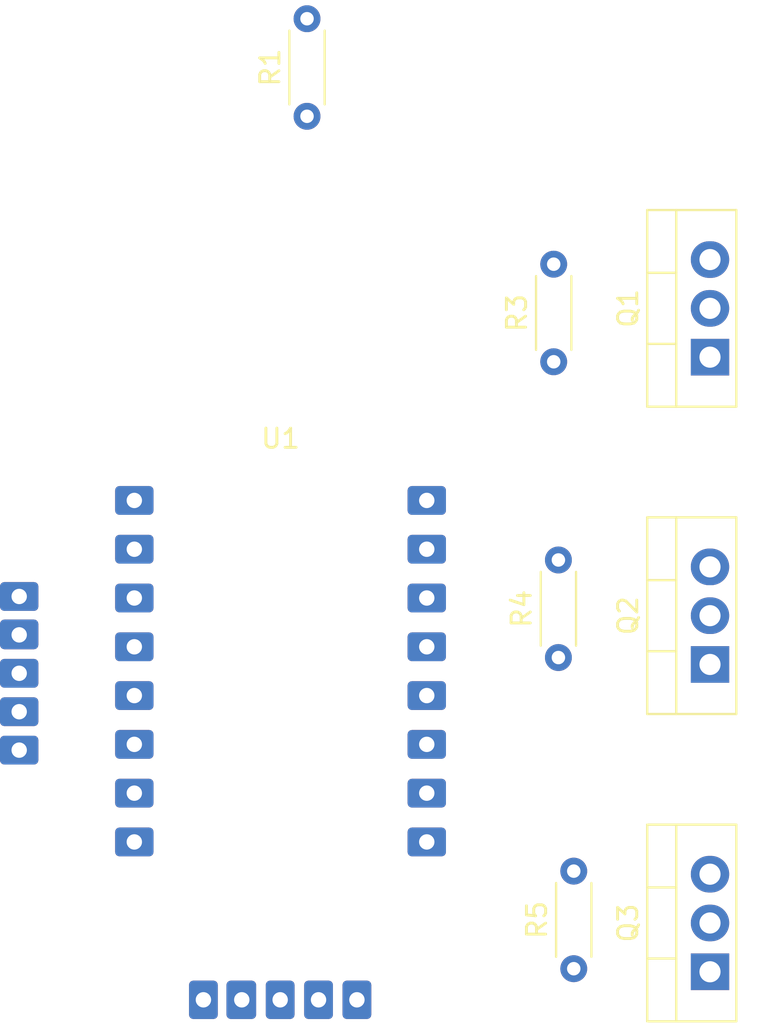
<source format=kicad_pcb>
(kicad_pcb (version 20241229) (generator "pcbnew") (generator_version "9.0")
  (layers (0 "F.Cu" signal) (2 "B.Cu" signal) (13 "F.Paste" user) (15 "B.Paste" user) (5 "F.SilkS" user "F.Silkscreen") (7 "B.SilkS" user "B.Silkscreen") (1 "F.Mask" user) (3 "B.Mask" user) (25 "Edge.Cuts" user))
  (net 0 "")
  (net 1 "+3.3V")
  (net 2 "NEXTKEY")
  (net 3 "Net-(Q1-B)")
  (net 4 "GNDREF")
  (net 5 "Net-(Q2-B)")
  (net 6 "Net-(Q3-B)")
  (net 7 "OUT3")
  (net 8 "Net-(U1-IO2)")
  (net 9 "LED1")
  (net 10 "LED3")
  (net 11 "SELECTKEY")
  (net 12 "PREVKEY")
  (net 13 "OUT2")
  (net 14 "OUT1")
  (net 15 "gpio4")
  (footprint "RF_Module:ESP32-C3-WROOM-02U" (layer "F.Cu") (at 141.62 88.08)
    (property "Reference" "U1" (at 0 -8.3 180) (layer "F.SilkS"))
    (property "Value" "ESP32-C3" (hide yes))
    (pad "3V3" thru_hole roundrect (at 7.62 0) (size 2 1.5) (drill 0.8) (layers "*.Cu" "*.Mask") (roundrect_rratio 0.15))
    (pad "5V" thru_hole roundrect (at 7.62 -5.08) (size 2 1.5) (drill 0.8) (layers "*.Cu" "*.Mask") (roundrect_rratio 0.15))
    (pad "GND" thru_hole roundrect (at 7.62 -2.54) (size 2 1.5) (drill 0.8) (layers "*.Cu" "*.Mask") (roundrect_rratio 0.15) (net 4 "GNDREF"))
    (pad "GPI00" thru_hole roundrect (at 7.62 12.7) (size 2 1.5) (drill 0.8) (layers "*.Cu" "*.Mask") (roundrect_rratio 0.15))
    (pad "GPI01" thru_hole roundrect (at 7.62 10.16) (size 2 1.5) (drill 0.8) (layers "*.Cu" "*.Mask") (roundrect_rratio 0.15) (net 9 "LED1"))
    (pad "GPI02" thru_hole roundrect (at 7.62 7.62) (size 2 1.5) (drill 0.8) (layers "*.Cu" "*.Mask") (roundrect_rratio 0.15))
    (pad "GPI03" thru_hole roundrect (at 7.62 5.08) (size 2 1.5) (drill 0.8) (layers "*.Cu" "*.Mask") (roundrect_rratio 0.15) (net 10 "LED3"))
    (pad "GPI04" thru_hole roundrect (at 7.62 2.54) (size 2 1.5) (drill 0.8) (layers "*.Cu" "*.Mask") (roundrect_rratio 0.15) (net 14 "OUT1"))
    (pad "GPI05" thru_hole roundrect (at -7.62 -5.08) (size 2 1.5) (drill 0.8) (layers "*.Cu" "*.Mask") (roundrect_rratio 0.15))
    (pad "GPI06" thru_hole roundrect (at -7.62 -2.54) (size 2 1.5) (drill 0.8) (layers "*.Cu" "*.Mask") (roundrect_rratio 0.15) (net 11 "SELECTKEY"))
    (pad "GPI07" thru_hole roundrect (at -7.62 0) (size 2 1.5) (drill 0.8) (layers "*.Cu" "*.Mask") (roundrect_rratio 0.15))
    (pad "GPI08" thru_hole roundrect (at -7.62 2.54) (size 2 1.5) (drill 0.8) (layers "*.Cu" "*.Mask") (roundrect_rratio 0.15) (net 2 "NEXTKEY"))
    (pad "GPI09" thru_hole roundrect (at -7.62 5.08) (size 2 1.5) (drill 0.8) (layers "*.Cu" "*.Mask") (roundrect_rratio 0.15) (net 12 "PREVKEY"))
    (pad "GPI010" thru_hole roundrect (at -7.62 7.62) (size 2 1.5) (drill 0.8) (layers "*.Cu" "*.Mask") (roundrect_rratio 0.15))
    (pad "GPI020" thru_hole roundrect (at -7.62 10.16) (size 2 1.5) (drill 0.8) (layers "*.Cu" "*.Mask") (roundrect_rratio 0.15))
    (pad "GPI021" thru_hole roundrect (at -7.62 12.7) (size 2 1.5) (drill 0.8) (layers "*.Cu" "*.Mask") (roundrect_rratio 0.15))
  )
  (footprint "Resistor_THT:R_Axial_DIN0204_L3.6mm_D1.6mm_P5.08mm_Horizontal" (layer "F.Cu") (at 155.855 75.78 90)
    (property "Reference" "R3" (at 2.54 -1.92 90) (layer "F.SilkS"))
    (property "Value" "220")
    (fp_line (start 0.62 -0.92) (end 4.46 -0.92) (stroke (width 0.12)) (layer "F.SilkS"))
    (fp_line (start 0.62 0.92) (end 4.46 0.92) (stroke (width 0.12)) (layer "F.SilkS"))
    (pad "1" thru_hole circle (at 0 0 90) (size 1.4 1.4) (drill 0.7) (layers "*.Cu" "*.Mask") (net 15 "gpio4"))
    (pad "2" thru_hole oval (at 5.08 0 90) (size 1.4 1.4) (drill 0.7) (layers "*.Cu" "*.Mask") (net 3 "Net-(Q1-B)"))
  )
  (footprint "" (layer "F.Cu") (at 142 109 180)
    (property "Reference" "" (hide yes))
    (property "Value" "")
    (pad "1" thru_hole roundrect (at -3.6 0 270) (size 2 1.5) (drill 0.8) (layers "*.Cu" "*.Mask") (roundrect_rratio 0.15))
    (pad "2" thru_hole roundrect (at -1.6 0 270) (size 2 1.5) (drill 0.8) (layers "*.Cu" "*.Mask") (roundrect_rratio 0.15))
    (pad "3" thru_hole roundrect (at 0.4 0 270) (size 2 1.5) (drill 0.8) (layers "*.Cu" "*.Mask") (roundrect_rratio 0.15))
    (pad "4" thru_hole roundrect (at 2.4 0 270) (size 2 1.55) (drill 0.8 (offset 0 0.025)) (layers "*.Cu" "*.Mask") (roundrect_rratio 0.15))
    (pad "5" thru_hole roundrect (at 4.4 0 270) (size 2 1.5) (drill 0.8) (layers "*.Cu" "*.Mask") (roundrect_rratio 0.15))
  )
  (footprint "" (layer "F.Cu") (at 128 92.4 90)
    (property "Reference" "" (hide yes))
    (property "Value" "")
    (pad "1" thru_hole roundrect (at -3.6 0 180) (size 2 1.5) (drill 0.8) (layers "*.Cu" "*.Mask") (roundrect_rratio 0.15))
    (pad "2" thru_hole roundrect (at -1.6 0 180) (size 2 1.5) (drill 0.8) (layers "*.Cu" "*.Mask") (roundrect_rratio 0.15))
    (pad "3" thru_hole roundrect (at 0.4 0 180) (size 2 1.5) (drill 0.8) (layers "*.Cu" "*.Mask") (roundrect_rratio 0.15))
    (pad "4" thru_hole roundrect (at 2.4 0 180) (size 2 1.55) (drill 0.8 (offset 0 0.025)) (layers "*.Cu" "*.Mask") (roundrect_rratio 0.15))
    (pad "5" thru_hole roundrect (at 4.4 0 180) (size 2 1.5) (drill 0.8) (layers "*.Cu" "*.Mask") (roundrect_rratio 0.15))
  )
  (footprint "Resistor_THT:R_Axial_DIN0204_L3.6mm_D1.6mm_P5.08mm_Horizontal" (layer "F.Cu") (at 156.9 107.38 90)
    (property "Reference" "R5" (at 2.54 -1.92 90) (layer "F.SilkS"))
    (property "Value" "220")
    (fp_line (start 0.62 -0.92) (end 4.46 -0.92) (stroke (width 0.12)) (layer "F.SilkS"))
    (fp_line (start 0.62 0.92) (end 4.46 0.92) (stroke (width 0.12)) (layer "F.SilkS"))
    (pad "1" thru_hole circle (at 0 0 90) (size 1.4 1.4) (drill 0.7) (layers "*.Cu" "*.Mask") (net 9 "LED1"))
    (pad "2" thru_hole oval (at 5.08 0 90) (size 1.4 1.4) (drill 0.7) (layers "*.Cu" "*.Mask") (net 6 "Net-(Q3-B)"))
  )
  (footprint "Package_TO_SOT_THT:TO-220-3_Vertical" (layer "F.Cu") (at 164 107.54 90)
    (property "Reference" "Q3" (at 2.54 -4.27 90) (layer "F.SilkS"))
    (property "Value" "TIP120")
    (fp_line (start 7.66 -3.27) (end 7.66 1.371) (stroke (width 0.12)) (layer "F.SilkS"))
    (fp_line (start 4.391 -3.27) (end 4.391 -1.76) (stroke (width 0.12)) (layer "F.SilkS"))
    (fp_line (start 0.69 -3.27) (end 0.69 -1.76) (stroke (width 0.12)) (layer "F.SilkS"))
    (fp_line (start -2.58 -3.27) (end 7.66 -3.27) (stroke (width 0.12)) (layer "F.SilkS"))
    (fp_line (start -2.58 -3.27) (end -2.58 1.371) (stroke (width 0.12)) (layer "F.SilkS"))
    (fp_line (start -2.58 -1.76) (end 7.66 -1.76) (stroke (width 0.12)) (layer "F.SilkS"))
    (fp_line (start -2.58 1.371) (end 7.66 1.371) (stroke (width 0.12)) (layer "F.SilkS"))
    (pad "1" thru_hole rect (at 0 0 90) (size 1.905 2) (drill 1.1) (layers "*.Cu" "*.Mask") (net 6 "Net-(Q3-B)"))
    (pad "2" thru_hole oval (at 2.54 0 90) (size 1.905 2) (drill 1.1) (layers "*.Cu" "*.Mask") (net 7 "OUT3"))
    (pad "3" thru_hole oval (at 5.08 0 90) (size 1.905 2) (drill 1.1) (layers "*.Cu" "*.Mask") (net 4 "GNDREF"))
  )
  (footprint "Package_TO_SOT_THT:TO-220-3_Vertical" (layer "F.Cu") (at 164 91.54 90)
    (property "Reference" "Q2" (at 2.54 -4.27 90) (layer "F.SilkS"))
    (property "Value" "TIP120")
    (fp_line (start 7.66 -3.27) (end 7.66 1.371) (stroke (width 0.12)) (layer "F.SilkS"))
    (fp_line (start 4.391 -3.27) (end 4.391 -1.76) (stroke (width 0.12)) (layer "F.SilkS"))
    (fp_line (start 0.69 -3.27) (end 0.69 -1.76) (stroke (width 0.12)) (layer "F.SilkS"))
    (fp_line (start -2.58 -3.27) (end 7.66 -3.27) (stroke (width 0.12)) (layer "F.SilkS"))
    (fp_line (start -2.58 -3.27) (end -2.58 1.371) (stroke (width 0.12)) (layer "F.SilkS"))
    (fp_line (start -2.58 -1.76) (end 7.66 -1.76) (stroke (width 0.12)) (layer "F.SilkS"))
    (fp_line (start -2.58 1.371) (end 7.66 1.371) (stroke (width 0.12)) (layer "F.SilkS"))
    (pad "1" thru_hole rect (at 0 0 90) (size 1.905 2) (drill 1.1) (layers "*.Cu" "*.Mask") (net 5 "Net-(Q2-B)"))
    (pad "2" thru_hole oval (at 2.54 0 90) (size 1.905 2) (drill 1.1) (layers "*.Cu" "*.Mask") (net 13 "OUT2"))
    (pad "3" thru_hole oval (at 5.08 0 90) (size 1.905 2) (drill 1.1) (layers "*.Cu" "*.Mask") (net 4 "GNDREF"))
  )
  (footprint "Resistor_THT:R_Axial_DIN0204_L3.6mm_D1.6mm_P5.08mm_Horizontal" (layer "F.Cu") (at 156.1 91.18 90)
    (property "Reference" "R4" (at 2.54 -1.92 90) (layer "F.SilkS"))
    (property "Value" "220")
    (fp_line (start 0.62 -0.92) (end 4.46 -0.92) (stroke (width 0.12)) (layer "F.SilkS"))
    (fp_line (start 0.62 0.92) (end 4.46 0.92) (stroke (width 0.12)) (layer "F.SilkS"))
    (pad "1" thru_hole circle (at 0 0 90) (size 1.4 1.4) (drill 0.7) (layers "*.Cu" "*.Mask") (net 10 "LED3"))
    (pad "2" thru_hole oval (at 5.08 0 90) (size 1.4 1.4) (drill 0.7) (layers "*.Cu" "*.Mask") (net 5 "Net-(Q2-B)"))
  )
  (footprint "Package_TO_SOT_THT:TO-220-3_Vertical" (layer "F.Cu") (at 164 75.54 90)
    (property "Reference" "Q1" (at 2.54 -4.27 90) (layer "F.SilkS"))
    (property "Value" "TIP120")
    (fp_line (start 7.66 -3.27) (end 7.66 1.371) (stroke (width 0.12)) (layer "F.SilkS"))
    (fp_line (start 4.391 -3.27) (end 4.391 -1.76) (stroke (width 0.12)) (layer "F.SilkS"))
    (fp_line (start 0.69 -3.27) (end 0.69 -1.76) (stroke (width 0.12)) (layer "F.SilkS"))
    (fp_line (start -2.58 -3.27) (end 7.66 -3.27) (stroke (width 0.12)) (layer "F.SilkS"))
    (fp_line (start -2.58 -3.27) (end -2.58 1.371) (stroke (width 0.12)) (layer "F.SilkS"))
    (fp_line (start -2.58 -1.76) (end 7.66 -1.76) (stroke (width 0.12)) (layer "F.SilkS"))
    (fp_line (start -2.58 1.371) (end 7.66 1.371) (stroke (width 0.12)) (layer "F.SilkS"))
    (pad "1" thru_hole rect (at 0 0 90) (size 1.905 2) (drill 1.1) (layers "*.Cu" "*.Mask") (net 3 "Net-(Q1-B)"))
    (pad "2" thru_hole oval (at 2.54 0 90) (size 1.905 2) (drill 1.1) (layers "*.Cu" "*.Mask") (net 14 "OUT1"))
    (pad "3" thru_hole oval (at 5.08 0 90) (size 1.905 2) (drill 1.1) (layers "*.Cu" "*.Mask") (net 4 "GNDREF"))
  )
  (footprint "Resistor_THT:R_Axial_DIN0204_L3.6mm_D1.6mm_P5.08mm_Horizontal" (layer "F.Cu") (at 143 63 90)
    (property "Reference" "R1" (at 2.54 -1.92 90) (layer "F.SilkS"))
    (property "Value" "10k")
    (fp_line (start 0.62 -0.92) (end 4.46 -0.92) (stroke (width 0.12)) (layer "F.SilkS"))
    (fp_line (start 0.62 0.92) (end 4.46 0.92) (stroke (width 0.12)) (layer "F.SilkS"))
    (pad "1" thru_hole circle (at 0 0 90) (size 1.4 1.4) (drill 0.7) (layers "*.Cu" "*.Mask") (net 1 "+3.3V"))
    (pad "2" thru_hole oval (at 5.08 0 90) (size 1.4 1.4) (drill 0.7) (layers "*.Cu" "*.Mask") (net 8 "Net-(U1-IO2)"))
  )
)
</source>
